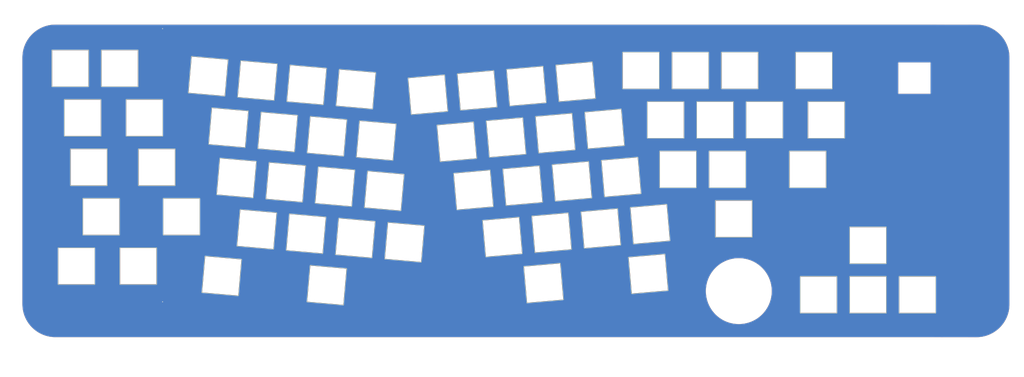
<source format=kicad_pcb>
(kicad_pcb (version 20221018) (generator pcbnew)
  (layers (0 "F.Cu" signal) (31 "B.Cu" signal) (34 "B.Paste" user) (35 "F.Paste" user) (36 "B.SilkS" user "B.Silkscreen") (37 "F.SilkS" user "F.Silkscreen") (38 "B.Mask" user) (39 "F.Mask" user) (44 "Edge.Cuts" user))
  (net 0 "")
  (footprint "Switch_Keyboard_Hotswap_Kailh:SW_Kailh_MX_top plate" (layer "F.Cu") (at 49.274979 111.548197)
    (fp_text reference "K_TAB" hide)
    (fp_text value "KEYSW" hide)
    (fp_line (start -7.1 -7.1) (end -7.1 7.1) (stroke (width 0.12)) (layer "F.SilkS"))
    (fp_line (start -7.1 7.1) (end 7.1 7.1) (stroke (width 0.12)) (layer "F.SilkS"))
    (fp_line (start 7.1 -7.1) (end -7.1 -7.1) (stroke (width 0.12)) (layer "F.SilkS"))
    (fp_line (start 7.1 7.1) (end 7.1 -7.1) (stroke (width 0.12)) (layer "F.SilkS"))
    (fp_rect (start -6.97 -6.97) (end 6.98 6.98) (stroke (width 0.05)) (fill none) (layer "Edge.Cuts"))
  )
  (footprint "Switch_Keyboard_Hotswap_Kailh:SW_Kailh_MX_top plate" (layer "F.Cu") (at 135.613537 98.854813 -5)
    (fp_text reference "K_4" hide)
    (fp_text value "KEYSW" hide)
    (fp_line (start -7.1 -7.1) (end -7.1 7.1) (stroke (width 0.12)) (layer "F.SilkS"))
    (fp_line (start -7.1 7.1) (end 7.1 7.1) (stroke (width 0.12)) (layer "F.SilkS"))
    (fp_line (start 7.1 -7.1) (end -7.1 -7.1) (stroke (width 0.12)) (layer "F.SilkS"))
    (fp_line (start 7.1 7.1) (end 7.1 -7.1) (stroke (width 0.12)) (layer "F.SilkS"))
    (fp_rect (start -6.97 -6.97) (end 6.98 6.98) (stroke (width 0.05)) (fill none) (layer "Edge.Cuts"))
  )
  (footprint "Switch_Keyboard_Hotswap_Kailh:SW_Kailh_MX_top plate" (layer "F.Cu") (at 370.958179 179.737803)
    (fp_text reference "K_RIGHT" hide)
    (fp_text value "KEYSW" hide)
    (fp_line (start -7.1 -7.1) (end -7.1 7.1) (stroke (width 0.12)) (layer "F.SilkS"))
    (fp_line (start -7.1 7.1) (end 7.1 7.1) (stroke (width 0.12)) (layer "F.SilkS"))
    (fp_line (start 7.1 -7.1) (end -7.1 -7.1) (stroke (width 0.12)) (layer "F.SilkS"))
    (fp_line (start 7.1 7.1) (end 7.1 -7.1) (stroke (width 0.12)) (layer "F.SilkS"))
    (fp_rect (start -6.97 -6.97) (end 6.98 6.98) (stroke (width 0.05)) (fill none) (layer "Edge.Cuts"))
  )
  (footprint "Switch_Keyboard_Hotswap_Kailh:SW_Kailh_MX_top plate" (layer "F.Cu") (at 218.856936 137.686884 5)
    (fp_text reference "K_J" hide)
    (fp_text value "KEYSW" hide)
    (fp_line (start -7.1 -7.1) (end -7.1 7.1) (stroke (width 0.12)) (layer "F.SilkS"))
    (fp_line (start -7.1 7.1) (end 7.1 7.1) (stroke (width 0.12)) (layer "F.SilkS"))
    (fp_line (start 7.1 -7.1) (end -7.1 -7.1) (stroke (width 0.12)) (layer "F.SilkS"))
    (fp_line (start 7.1 7.1) (end 7.1 -7.1) (stroke (width 0.12)) (layer "F.SilkS"))
    (fp_rect (start -6.97 -6.97) (end 6.98 6.98) (stroke (width 0.05)) (fill none) (layer "Edge.Cuts"))
  )
  (footprint "Switch_Keyboard_Hotswap_Kailh:SW_Kailh_MX_top plate" (layer "F.Cu") (at 292.975679 112.377803)
    (fp_text reference "K_CBRAC" hide)
    (fp_text value "KEYSW" hide)
    (fp_line (start -7.1 -7.1) (end -7.1 7.1) (stroke (width 0.12)) (layer "F.SilkS"))
    (fp_line (start -7.1 7.1) (end 7.1 7.1) (stroke (width 0.12)) (layer "F.SilkS"))
    (fp_line (start 7.1 -7.1) (end -7.1 -7.1) (stroke (width 0.12)) (layer "F.SilkS"))
    (fp_line (start 7.1 7.1) (end 7.1 -7.1) (stroke (width 0.12)) (layer "F.SilkS"))
    (fp_rect (start -6.97 -6.97) (end 6.98 6.98) (stroke (width 0.05)) (fill none) (layer "Edge.Cuts"))
  )
  (footprint "Switch_Keyboard_Hotswap_Kailh:SW_Kailh_MX_top plate" (layer "F.Cu") (at 300.196179 150.467803)
    (fp_text reference "K_SHIFT1" hide)
    (fp_text value "KEYSW" hide)
    (fp_line (start -7.1 -7.1) (end -7.1 7.1) (stroke (width 0.12)) (layer "F.SilkS"))
    (fp_line (start -7.1 7.1) (end 7.1 7.1) (stroke (width 0.12)) (layer "F.SilkS"))
    (fp_line (start 7.1 -7.1) (end -7.1 -7.1) (stroke (width 0.12)) (layer "F.SilkS"))
    (fp_line (start 7.1 7.1) (end 7.1 -7.1) (stroke (width 0.12)) (layer "F.SilkS"))
    (fp_rect (start -6.97 -6.97) (end 6.98 6.98) (stroke (width 0.05)) (fill none) (layer "Edge.Cuts"))
  )
  (footprint "Switch_Keyboard_Hotswap_Kailh:SW_Kailh_MX_top plate" (layer "F.Cu") (at 124.464464 117.002163 -5)
    (fp_text reference "K_E" hide)
    (fp_text value "KEYSW" hide)
    (fp_line (start -7.1 -7.1) (end -7.1 7.1) (stroke (width 0.12)) (layer "F.SilkS"))
    (fp_line (start -7.1 7.1) (end 7.1 7.1) (stroke (width 0.12)) (layer "F.SilkS"))
    (fp_line (start 7.1 -7.1) (end -7.1 -7.1) (stroke (width 0.12)) (layer "F.SilkS"))
    (fp_line (start 7.1 7.1) (end 7.1 -7.1) (stroke (width 0.12)) (layer "F.SilkS"))
    (fp_rect (start -6.97 -6.97) (end 6.98 6.98) (stroke (width 0.05)) (fill none) (layer "Edge.Cuts"))
  )
  (footprint "Switch_Keyboard_Hotswap_Kailh:SW_Kailh_MX_top plate" (layer "F.Cu") (at 312.025679 112.377803)
    (fp_text reference "K_OBRAC" hide)
    (fp_text value "KEYSW" hide)
    (fp_line (start -7.1 -7.1) (end -7.1 7.1) (stroke (width 0.12)) (layer "F.SilkS"))
    (fp_line (start -7.1 7.1) (end 7.1 7.1) (stroke (width 0.12)) (layer "F.SilkS"))
    (fp_line (start 7.1 -7.1) (end -7.1 -7.1) (stroke (width 0.12)) (layer "F.SilkS"))
    (fp_line (start 7.1 7.1) (end 7.1 -7.1) (stroke (width 0.12)) (layer "F.SilkS"))
    (fp_rect (start -6.97 -6.97) (end 6.98 6.98) (stroke (width 0.05)) (fill none) (layer "Edge.Cuts"))
  )
  (footprint "Switch_Keyboard_Hotswap_Kailh:SW_Kailh_MX_top plate" (layer "F.Cu") (at 201.30317 100.977105 5)
    (fp_text reference "K_7" hide)
    (fp_text value "KEYSW" hide)
    (fp_line (start -7.1 -7.1) (end -7.1 7.1) (stroke (width 0.12)) (layer "F.SilkS"))
    (fp_line (start -7.1 7.1) (end 7.1 7.1) (stroke (width 0.12)) (layer "F.SilkS"))
    (fp_line (start 7.1 -7.1) (end -7.1 -7.1) (stroke (width 0.12)) (layer "F.SilkS"))
    (fp_line (start 7.1 7.1) (end 7.1 -7.1) (stroke (width 0.12)) (layer "F.SilkS"))
    (fp_rect (start -6.97 -6.97) (end 6.98 6.98) (stroke (width 0.05)) (fill none) (layer "Edge.Cuts"))
  )
  (footprint "Switch_Keyboard_Hotswap_Kailh:SW_Kailh_MX_top plate" (layer "F.Cu") (at 278.688179 131.427803)
    (fp_text reference "K_SEMIC" hide)
    (fp_text value "KEYSW" hide)
    (fp_line (start -7.1 -7.1) (end -7.1 7.1) (stroke (width 0.12)) (layer "F.SilkS"))
    (fp_line (start -7.1 7.1) (end 7.1 7.1) (stroke (width 0.12)) (layer "F.SilkS"))
    (fp_line (start 7.1 -7.1) (end -7.1 -7.1) (stroke (width 0.12)) (layer "F.SilkS"))
    (fp_line (start 7.1 7.1) (end 7.1 -7.1) (stroke (width 0.12)) (layer "F.SilkS"))
    (fp_rect (start -6.97 -6.97) (end 6.98 6.98) (stroke (width 0.05)) (fill none) (layer "Edge.Cuts"))
  )
  (footprint "Switch_Keyboard_Hotswap_Kailh:SW_Kailh_MX_top plate" (layer "F.Cu") (at 135.376963 156.202419 -5)
    (fp_text reference "K_C" hide)
    (fp_text value "KEYSW" hide)
    (fp_line (start -7.1 -7.1) (end -7.1 7.1) (stroke (width 0.12)) (layer "F.SilkS"))
    (fp_line (start -7.1 7.1) (end 7.1 7.1) (stroke (width 0.12)) (layer "F.SilkS"))
    (fp_line (start 7.1 -7.1) (end -7.1 -7.1) (stroke (width 0.12)) (layer "F.SilkS"))
    (fp_line (start 7.1 7.1) (end 7.1 -7.1) (stroke (width 0.12)) (layer "F.SilkS"))
    (fp_rect (start -6.97 -6.97) (end 6.98 6.98) (stroke (width 0.05)) (fill none) (layer "Edge.Cuts"))
  )
  (footprint "Switch_Keyboard_Hotswap_Kailh:SW_Kailh_MX_top plate" (layer "F.Cu") (at 212.452242 119.124456 5)
    (fp_text reference "K_U" hide)
    (fp_text value "KEYSW" hide)
    (fp_line (start -7.1 -7.1) (end -7.1 7.1) (stroke (width 0.12)) (layer "F.SilkS"))
    (fp_line (start -7.1 7.1) (end 7.1 7.1) (stroke (width 0.12)) (layer "F.SilkS"))
    (fp_line (start 7.1 -7.1) (end -7.1 -7.1) (stroke (width 0.12)) (layer "F.SilkS"))
    (fp_line (start 7.1 7.1) (end 7.1 -7.1) (stroke (width 0.12)) (layer "F.SilkS"))
    (fp_rect (start -6.97 -6.97) (end 6.98 6.98) (stroke (width 0.05)) (fill none) (layer "Edge.Cuts"))
  )
  (footprint "Switch_Keyboard_Hotswap_Kailh:SW_Kailh_MX_top plate" (layer "F.Cu") (at 351.908179 179.737803)
    (fp_text reference "K_DOWN" hide)
    (fp_text value "KEYSW" hide)
    (fp_line (start -7.1 -7.1) (end -7.1 7.1) (stroke (width 0.12)) (layer "F.SilkS"))
    (fp_line (start -7.1 7.1) (end 7.1 7.1) (stroke (width 0.12)) (layer "F.SilkS"))
    (fp_line (start 7.1 -7.1) (end -7.1 -7.1) (stroke (width 0.12)) (layer "F.SilkS"))
    (fp_line (start 7.1 7.1) (end 7.1 -7.1) (stroke (width 0.12)) (layer "F.SilkS"))
    (fp_rect (start -6.97 -6.97) (end 6.98 6.98) (stroke (width 0.05)) (fill none) (layer "Edge.Cuts"))
  )
  (footprint "Switch_Keyboard_Hotswap_Kailh:SW_Kailh_MX_top plate" (layer "F.Cu") (at 77.849979 130.598197)
    (fp_text reference "K_A" hide)
    (fp_text value "KEYSW" hide)
    (fp_line (start -7.1 -7.1) (end -7.1 7.1) (stroke (width 0.12)) (layer "F.SilkS"))
    (fp_line (start -7.1 7.1) (end 7.1 7.1) (stroke (width 0.12)) (layer "F.SilkS"))
    (fp_line (start 7.1 -7.1) (end -7.1 -7.1) (stroke (width 0.12)) (layer "F.SilkS"))
    (fp_line (start 7.1 7.1) (end 7.1 -7.1) (stroke (width 0.12)) (layer "F.SilkS"))
    (fp_rect (start -6.97 -6.97) (end 6.98 6.98) (stroke (width 0.05)) (fill none) (layer "Edge.Cuts"))
  )
  (footprint "Switch_Keyboard_Hotswap_Kailh:SW_Kailh_MX_top plate" (layer "F.Cu") (at 116.636028 97.194496 -5)
    (fp_text reference "K_3" hide)
    (fp_text value "KEYSW" hide)
    (fp_line (start -7.1 -7.1) (end -7.1 7.1) (stroke (width 0.12)) (layer "F.SilkS"))
    (fp_line (start -7.1 7.1) (end 7.1 7.1) (stroke (width 0.12)) (layer "F.SilkS"))
    (fp_line (start 7.1 -7.1) (end -7.1 -7.1) (stroke (width 0.12)) (layer "F.SilkS"))
    (fp_line (start 7.1 7.1) (end 7.1 -7.1) (stroke (width 0.12)) (layer "F.SilkS"))
    (fp_rect (start -6.97 -6.97) (end 6.98 6.98) (stroke (width 0.05)) (fill none) (layer "Edge.Cuts"))
  )
  (footprint "Switch_Keyboard_Hotswap_Kailh:SW_Kailh_MX_top plate" (layer "F.Cu") (at 220.28068 99.316788 5)
    (fp_text reference "K_8" hide)
    (fp_text value "KEYSW" hide)
    (fp_line (start -7.1 -7.1) (end -7.1 7.1) (stroke (width 0.12)) (layer "F.SilkS"))
    (fp_line (start -7.1 7.1) (end 7.1 7.1) (stroke (width 0.12)) (layer "F.SilkS"))
    (fp_line (start 7.1 -7.1) (end -7.1 -7.1) (stroke (width 0.12)) (layer "F.SilkS"))
    (fp_line (start 7.1 7.1) (end 7.1 -7.1) (stroke (width 0.12)) (layer "F.SilkS"))
    (fp_rect (start -6.97 -6.97) (end 6.98 6.98) (stroke (width 0.05)) (fill none) (layer "Edge.Cuts"))
  )
  (footprint "Switch_Keyboard_Hotswap_Kailh:SW_Kailh_MX_top plate" (layer "F.Cu") (at 51.656229 130.598197)
    (fp_text reference "K_CAPS" hide)
    (fp_text value "KEYSW" hide)
    (fp_line (start -7.1 -7.1) (end -7.1 7.1) (stroke (width 0.12)) (layer "F.SilkS"))
    (fp_line (start -7.1 7.1) (end 7.1 7.1) (stroke (width 0.12)) (layer "F.SilkS"))
    (fp_line (start 7.1 -7.1) (end -7.1 -7.1) (stroke (width 0.12)) (layer "F.SilkS"))
    (fp_line (start 7.1 7.1) (end 7.1 -7.1) (stroke (width 0.12)) (layer "F.SilkS"))
    (fp_rect (start -6.97 -6.97) (end 6.98 6.98) (stroke (width 0.05)) (fill none) (layer "Edge.Cuts"))
  )
  (footprint "Switch_Keyboard_Hotswap_Kailh:SW_Kailh_MX_top plate" (layer "F.Cu") (at 105.486956 115.341847 -5)
    (fp_text reference "K_W" hide)
    (fp_text value "KEYSW" hide)
    (fp_line (start -7.1 -7.1) (end -7.1 7.1) (stroke (width 0.12)) (layer "F.SilkS"))
    (fp_line (start -7.1 7.1) (end 7.1 7.1) (stroke (width 0.12)) (layer "F.SilkS"))
    (fp_line (start 7.1 -7.1) (end -7.1 -7.1) (stroke (width 0.12)) (layer "F.SilkS"))
    (fp_line (start 7.1 7.1) (end 7.1 -7.1) (stroke (width 0.12)) (layer "F.SilkS"))
    (fp_rect (start -6.97 -6.97) (end 6.98 6.98) (stroke (width 0.05)) (fill none) (layer "Edge.Cuts"))
  )
  (footprint "Switch_Keyboard_Hotswap_Kailh:SW_Kailh_MX_top plate" (layer "F.Cu") (at 335.838179 112.377803)
    (fp_text reference "K_BSLSH" hide)
    (fp_text value "KEYSW" hide)
    (fp_line (start -7.1 -7.1) (end -7.1 7.1) (stroke (width 0.12)) (layer "F.SilkS"))
    (fp_line (start -7.1 7.1) (end 7.1 7.1) (stroke (width 0.12)) (layer "F.SilkS"))
    (fp_line (start 7.1 -7.1) (end -7.1 -7.1) (stroke (width 0.12)) (layer "F.SilkS"))
    (fp_line (start 7.1 7.1) (end 7.1 -7.1) (stroke (width 0.12)) (layer "F.SilkS"))
    (fp_rect (start -6.97 -6.97) (end 6.98 6.98) (stroke (width 0.05)) (fill none) (layer "Edge.Cuts"))
  )
  (footprint "Switch_Keyboard_Hotswap_Kailh:SW_Kailh_MX_top plate" (layer "F.Cu") (at 97.658518 95.53418 -5)
    (fp_text reference "K_2" hide)
    (fp_text value "KEYSW" hide)
    (fp_line (start -7.1 -7.1) (end -7.1 7.1) (stroke (width 0.12)) (layer "F.SilkS"))
    (fp_line (start -7.1 7.1) (end 7.1 7.1) (stroke (width 0.12)) (layer "F.SilkS"))
    (fp_line (start 7.1 -7.1) (end -7.1 -7.1) (stroke (width 0.12)) (layer "F.SilkS"))
    (fp_line (start 7.1 7.1) (end 7.1 -7.1) (stroke (width 0.12)) (layer "F.SilkS"))
    (fp_rect (start -6.97 -6.97) (end 6.98 6.98) (stroke (width 0.05)) (fill none) (layer "Edge.Cuts"))
  )
  (footprint "Switch_Keyboard_Hotswap_Kailh:SW_Kailh_MX_top plate" (layer "F.Cu") (at 267.961026 152.513602 5)
    (fp_text reference "K_DOT" hide)
    (fp_text value "KEYSW" hide)
    (fp_line (start -7.1 -7.1) (end -7.1 7.1) (stroke (width 0.12)) (layer "F.SilkS"))
    (fp_line (start -7.1 7.1) (end 7.1 7.1) (stroke (width 0.12)) (layer "F.SilkS"))
    (fp_line (start 7.1 -7.1) (end -7.1 -7.1) (stroke (width 0.12)) (layer "F.SilkS"))
    (fp_line (start 7.1 7.1) (end 7.1 -7.1) (stroke (width 0.12)) (layer "F.SilkS"))
    (fp_rect (start -6.97 -6.97) (end 6.98 6.98) (stroke (width 0.05)) (fill none) (layer "Edge.Cuts"))
  )
  (footprint "Switch_Keyboard_Hotswap_Kailh:SW_Kailh_MX_top plate" (layer "F.Cu") (at 143.441973 118.66248 -5)
    (fp_text reference "K_R" hide)
    (fp_text value "KEYSW" hide)
    (fp_line (start -7.1 -7.1) (end -7.1 7.1) (stroke (width 0.12)) (layer "F.SilkS"))
    (fp_line (start -7.1 7.1) (end 7.1 7.1) (stroke (width 0.12)) (layer "F.SilkS"))
    (fp_line (start 7.1 -7.1) (end -7.1 -7.1) (stroke (width 0.12)) (layer "F.SilkS"))
    (fp_line (start 7.1 7.1) (end 7.1 -7.1) (stroke (width 0.12)) (layer "F.SilkS"))
    (fp_rect (start -6.97 -6.97) (end 6.98 6.98) (stroke (width 0.05)) (fill none) (layer "Edge.Cuts"))
  )
  (footprint "Switch_Keyboard_Hotswap_Kailh:SW_Kailh_MX_top plate" (layer "F.Cu") (at 302.500679 93.327803)
    (fp_text reference "K_EQUAL" hide)
    (fp_text value "KEYSW" hide)
    (fp_line (start -7.1 -7.1) (end -7.1 7.1) (stroke (width 0.12)) (layer "F.SilkS"))
    (fp_line (start -7.1 7.1) (end 7.1 7.1) (stroke (width 0.12)) (layer "F.SilkS"))
    (fp_line (start 7.1 -7.1) (end -7.1 -7.1) (stroke (width 0.12)) (layer "F.SilkS"))
    (fp_line (start 7.1 7.1) (end 7.1 -7.1) (stroke (width 0.12)) (layer "F.SilkS"))
    (fp_rect (start -6.97 -6.97) (end 6.98 6.98) (stroke (width 0.05)) (fill none) (layer "Edge.Cuts"))
  )
  (footprint "Switch_Keyboard_Hotswap_Kailh:SW_Kailh_MX_top plate" (layer "F.Cu") (at 154.591046 100.51513 -5)
    (fp_text reference "K_5" hide)
    (fp_text value "KEYSW" hide)
    (fp_line (start -7.1 -7.1) (end -7.1 7.1) (stroke (width 0.12)) (layer "F.SilkS"))
    (fp_line (start -7.1 7.1) (end 7.1 7.1) (stroke (width 0.12)) (layer "F.SilkS"))
    (fp_line (start 7.1 -7.1) (end -7.1 -7.1) (stroke (width 0.12)) (layer "F.SilkS"))
    (fp_line (start 7.1 7.1) (end 7.1 -7.1) (stroke (width 0.12)) (layer "F.SilkS"))
    (fp_rect (start -6.97 -6.97) (end 6.98 6.98) (stroke (width 0.05)) (fill none) (layer "Edge.Cuts"))
  )
  (footprint "Switch_Keyboard_Hotswap_Kailh:SW_Kailh_MX_top plate" (layer "F.Cu") (at 162.419483 120.322797 -5)
    (fp_text reference "K_T" hide)
    (fp_text value "KEYSW" hide)
    (fp_line (start -7.1 -7.1) (end -7.1 7.1) (stroke (width 0.12)) (layer "F.SilkS"))
    (fp_line (start -7.1 7.1) (end 7.1 7.1) (stroke (width 0.12)) (layer "F.SilkS"))
    (fp_line (start 7.1 -7.1) (end -7.1 -7.1) (stroke (width 0.12)) (layer "F.SilkS"))
    (fp_line (start 7.1 7.1) (end 7.1 -7.1) (stroke (width 0.12)) (layer "F.SilkS"))
    (fp_rect (start -6.97 -6.97) (end 6.98 6.98) (stroke (width 0.05)) (fill none) (layer "Edge.Cuts"))
  )
  (footprint "Switch_Keyboard_Hotswap_Kailh:SW_Kailh_MX_top plate" (layer "F.Cu") (at 248.983517 154.173919 5)
    (fp_text reference "K_COMMA" hide)
    (fp_text value "KEYSW" hide)
    (fp_line (start -7.1 -7.1) (end -7.1 7.1) (stroke (width 0.12)) (layer "F.SilkS"))
    (fp_line (start -7.1 7.1) (end 7.1 7.1) (stroke (width 0.12)) (layer "F.SilkS"))
    (fp_line (start 7.1 -7.1) (end -7.1 -7.1) (stroke (width 0.12)) (layer "F.SilkS"))
    (fp_line (start 7.1 7.1) (end 7.1 -7.1) (stroke (width 0.12)) (layer "F.SilkS"))
    (fp_rect (start -6.97 -6.97) (end 6.98 6.98) (stroke (width 0.05)) (fill none) (layer "Edge.Cuts"))
  )
  (footprint "Switch_Keyboard_Hotswap_Kailh:SW_Kailh_MX_top plate" (layer "F.Cu") (at 267.249154 171.69865 5)
    (fp_text reference "K_ALT1" hide)
    (fp_text value "KEYSW" hide)
    (fp_line (start -7.1 -7.1) (end -7.1 7.1) (stroke (width 0.12)) (layer "F.SilkS"))
    (fp_line (start -7.1 7.1) (end 7.1 7.1) (stroke (width 0.12)) (layer "F.SilkS"))
    (fp_line (start 7.1 -7.1) (end -7.1 -7.1) (stroke (width 0.12)) (layer "F.SilkS"))
    (fp_line (start 7.1 7.1) (end 7.1 -7.1) (stroke (width 0.12)) (layer "F.SilkS"))
    (fp_rect (start -6.97 -6.97) (end 6.98 6.98) (stroke (width 0.05)) (fill none) (layer "Edge.Cuts"))
  )
  (footprint "Switch_Keyboard_Hotswap_Kailh:SW_Kailh_MX_top plate" (layer "F.Cu") (at 231.429751 117.464139 5)
    (fp_text reference "K_I" hide)
    (fp_text value "KEYSW" hide)
    (fp_line (start -7.1 -7.1) (end -7.1 7.1) (stroke (width 0.12)) (layer "F.SilkS"))
    (fp_line (start -7.1 7.1) (end 7.1 7.1) (stroke (width 0.12)) (layer "F.SilkS"))
    (fp_line (start 7.1 -7.1) (end -7.1 -7.1) (stroke (width 0.12)) (layer "F.SilkS"))
    (fp_line (start 7.1 7.1) (end 7.1 -7.1) (stroke (width 0.12)) (layer "F.SilkS"))
    (fp_rect (start -6.97 -6.97) (end 6.98 6.98) (stroke (width 0.05)) (fill none) (layer "Edge.Cuts"))
  )
  (footprint "Switch_Keyboard_Hotswap_Kailh:SW_Kailh_MX_top plate" (layer "F.Cu") (at 230.006007 155.834236 5)
    (fp_text reference "K_M" hide)
    (fp_text value "KEYSW" hide)
    (fp_line (start -7.1 -7.1) (end -7.1 7.1) (stroke (width 0.12)) (layer "F.SilkS"))
    (fp_line (start -7.1 7.1) (end 7.1 7.1) (stroke (width 0.12)) (layer "F.SilkS"))
    (fp_line (start 7.1 -7.1) (end -7.1 -7.1) (stroke (width 0.12)) (layer "F.SilkS"))
    (fp_line (start 7.1 7.1) (end 7.1 -7.1) (stroke (width 0.12)) (layer "F.SilkS"))
    (fp_rect (start -6.97 -6.97) (end 6.98 6.98) (stroke (width 0.05)) (fill none) (layer "Edge.Cuts"))
  )
  (footprint "Switch_Keyboard_Hotswap_Kailh:SW_Kailh_MX_top plate" (layer "F.Cu") (at 226.90539 175.238361 5)
    (fp_text reference "REF**" hide)
    (fp_text value "SW_Kailh_MX_top_plate" hide)
    (fp_line (start -7.1 -7.1) (end -7.1 7.1) (stroke (width 0.12)) (layer "F.SilkS"))
    (fp_line (start -7.1 7.1) (end 7.1 7.1) (stroke (width 0.12)) (layer "F.SilkS"))
    (fp_line (start 7.1 -7.1) (end -7.1 -7.1) (stroke (width 0.12)) (layer "F.SilkS"))
    (fp_line (start 7.1 7.1) (end 7.1 -7.1) (stroke (width 0.12)) (layer "F.SilkS"))
    (fp_rect (start -6.97 -6.97) (end 6.98 6.98) (stroke (width 0.05)) (fill none) (layer "Edge.Cuts"))
  )
  (footprint "Switch_Keyboard_Hotswap_Kailh:SW_Kailh_MX_top plate" (layer "F.Cu") (at 46.893729 168.698197)
    (fp_text reference "K_CTRL" hide)
    (fp_text value "KEYSW" hide)
    (fp_line (start -7.1 -7.1) (end -7.1 7.1) (stroke (width 0.12)) (layer "F.SilkS"))
    (fp_line (start -7.1 7.1) (end 7.1 7.1) (stroke (width 0.12)) (layer "F.SilkS"))
    (fp_line (start 7.1 -7.1) (end -7.1 -7.1) (stroke (width 0.12)) (layer "F.SilkS"))
    (fp_line (start 7.1 7.1) (end 7.1 -7.1) (stroke (width 0.12)) (layer "F.SilkS"))
    (fp_rect (start -6.97 -6.97) (end 6.98 6.98) (stroke (width 0.05)) (fill none) (layer "Edge.Cuts"))
  )
  (footprint "Switch_Keyboard_Hotswap_Kailh:SW_Kailh_MX_top plate" (layer "F.Cu") (at 199.879426 139.347202 5)
    (fp_text reference "K_H" hide)
    (fp_text value "KEYSW" hide)
    (fp_line (start -7.1 -7.1) (end -7.1 7.1) (stroke (width 0.12)) (layer "F.SilkS"))
    (fp_line (start -7.1 7.1) (end 7.1 7.1) (stroke (width 0.12)) (layer "F.SilkS"))
    (fp_line (start 7.1 -7.1) (end -7.1 -7.1) (stroke (width 0.12)) (layer "F.SilkS"))
    (fp_line (start 7.1 7.1) (end 7.1 -7.1) (stroke (width 0.12)) (layer "F.SilkS"))
    (fp_rect (start -6.97 -6.97) (end 6.98 6.98) (stroke (width 0.05)) (fill none) (layer "Edge.Cuts"))
  )
  (footprint "Switch_Keyboard_Hotswap_Kailh:SW_Kailh_MX_top plate" (layer "F.Cu") (at 250.40726 115.803822 5)
    (fp_text reference "K_O" hide)
    (fp_text value "KEYSW" hide)
    (fp_line (start -7.1 -7.1) (end -7.1 7.1) (stroke (width 0.12)) (layer "F.SilkS"))
    (fp_line (start -7.1 7.1) (end 7.1 7.1) (stroke (width 0.12)) (layer "F.SilkS"))
    (fp_line (start 7.1 -7.1) (end -7.1 -7.1) (stroke (width 0.12)) (layer "F.SilkS"))
    (fp_line (start 7.1 7.1) (end 7.1 -7.1) (stroke (width 0.12)) (layer "F.SilkS"))
    (fp_rect (start -6.97 -6.97) (end 6.98 6.98) (stroke (width 0.05)) (fill none) (layer "Edge.Cuts"))
  )
  (footprint "Switch_Keyboard_Hotswap_Kailh:SW_Kailh_MX_top plate" (layer "F.Cu") (at 239.258189 97.656471 5)
    (fp_text reference "K_9" hide)
    (fp_text value "KEYSW" hide)
    (fp_line (start -7.1 -7.1) (end -7.1 7.1) (stroke (width 0.12)) (layer "F.SilkS"))
    (fp_line (start -7.1 7.1) (end 7.1 7.1) (stroke (width 0.12)) (layer "F.SilkS"))
    (fp_line (start 7.1 -7.1) (end -7.1 -7.1) (stroke (width 0.12)) (layer "F.SilkS"))
    (fp_line (start 7.1 7.1) (end 7.1 -7.1) (stroke (width 0.12)) (layer "F.SilkS"))
    (fp_rect (start -6.97 -6.97) (end 6.98 6.98) (stroke (width 0.05)) (fill none) (layer "Edge.Cuts"))
  )
  (footprint "Switch_Keyboard_Hotswap_Kailh:SW_Kailh_MX_top plate" (layer "F.Cu") (at 127.548525 136.394752 -5)
    (fp_text reference "K_D" hide)
    (fp_text value "KEYSW" hide)
    (fp_line (start -7.1 -7.1) (end -7.1 7.1) (stroke (width 0.12)) (layer "F.SilkS"))
    (fp_line (start -7.1 7.1) (end 7.1 7.1) (stroke (width 0.12)) (layer "F.SilkS"))
    (fp_line (start 7.1 -7.1) (end -7.1 -7.1) (stroke (width 0.12)) (layer "F.SilkS"))
    (fp_line (start 7.1 7.1) (end 7.1 -7.1) (stroke (width 0.12)) (layer "F.SilkS"))
    (fp_rect (start -6.97 -6.97) (end 6.98 6.98) (stroke (width 0.05)) (fill none) (layer "Edge.Cuts"))
  )
  (footprint "Switch_Keyboard_Hotswap_Kailh:SW_Kailh_MX_top plate" (layer "F.Cu") (at 297.738179 131.427803)
    (fp_text reference "K_QUOTE" hide)
    (fp_text value "KEYSW" hide)
    (fp_line (start -7.1 -7.1) (end -7.1 7.1) (stroke (width 0.12)) (layer "F.SilkS"))
    (fp_line (start -7.1 7.1) (end 7.1 7.1) (stroke (width 0.12)) (layer "F.SilkS"))
    (fp_line (start 7.1 -7.1) (end -7.1 -7.1) (stroke (width 0.12)) (layer "F.SilkS"))
    (fp_line (start 7.1 7.1) (end 7.1 -7.1) (stroke (width 0.12)) (layer "F.SilkS"))
    (fp_rect (start -6.97 -6.97) (end 6.98 6.98) (stroke (width 0.05)) (fill none) (layer "Edge.Cuts"))
  )
  (footprint "Switch_Keyboard_Hotswap_Kailh:SW_Kailh_MX_top plate" (layer "F.Cu") (at 264.400679 93.327803)
    (fp_text reference "K_0" hide)
    (fp_text value "KEYSW" hide)
    (fp_line (start -7.1 -7.1) (end -7.1 7.1) (stroke (width 0.12)) (layer "F.SilkS"))
    (fp_line (start -7.1 7.1) (end 7.1 7.1) (stroke (width 0.12)) (layer "F.SilkS"))
    (fp_line (start 7.1 -7.1) (end -7.1 -7.1) (stroke (width 0.12)) (layer "F.SilkS"))
    (fp_line (start 7.1 7.1) (end 7.1 -7.1) (stroke (width 0.12)) (layer "F.SilkS"))
    (fp_rect (start -6.97 -6.97) (end 6.98 6.98) (stroke (width 0.05)) (fill none) (layer "Edge.Cuts"))
  )
  (footprint "Switch_Keyboard_Hotswap_Kailh:SW_Kailh_MX_top plate" (layer "F.Cu") (at 211.028498 157.494552 5)
    (fp_text reference "K_N" hide)
    (fp_text value "KEYSW" hide)
    (fp_line (start -7.1 -7.1) (end -7.1 7.1) (stroke (width 0.12)) (layer "F.SilkS"))
    (fp_line (start -7.1 7.1) (end 7.1 7.1) (stroke (width 0.12)) (layer "F.SilkS"))
    (fp_line (start 7.1 -7.1) (end -7.1 -7.1) (stroke (width 0.12)) (layer "F.SilkS"))
    (fp_line (start 7.1 7.1) (end 7.1 -7.1) (stroke (width 0.12)) (layer "F.SilkS"))
    (fp_rect (start -6.97 -6.97) (end 6.98 6.98) (stroke (width 0.05)) (fill none) (layer "Edge.Cuts"))
  )
  (footprint "Switch_Keyboard_Hotswap_Kailh:SW_Kailh_MX_top plate" (layer "F.Cu") (at 56.418729 149.648197)
    (fp_text reference "K_SHIFT" hide)
    (fp_text value "KEYSW" hide)
    (fp_line (start -7.1 -7.1) (end -7.1 7.1) (stroke (width 0.12)) (layer "F.SilkS"))
    (fp_line (start -7.1 7.1) (end 7.1 7.1) (stroke (width 0.12)) (layer "F.SilkS"))
    (fp_line (start 7.1 -7.1) (end -7.1 -7.1) (stroke (width 0.12)) (layer "F.SilkS"))
    (fp_line (start 7.1 7.1) (end 7.1 -7.1) (stroke (width 0.12)) (layer "F.SilkS"))
    (fp_rect (start -6.97 -6.97) (end 6.98 6.98) (stroke (width 0.05)) (fill none) (layer "Edge.Cuts"))
  )
  (footprint "Switch_Keyboard_Hotswap_Kailh:SW_Kailh_MX_top plate" (layer "F.Cu") (at 165.503543 139.715385 -5)
    (fp_text reference "K_G" hide)
    (fp_text value "KEYSW" hide)
    (fp_line (start -7.1 -7.1) (end -7.1 7.1) (stroke (width 0.12)) (layer "F.SilkS"))
    (fp_line (start -7.1 7.1) (end 7.1 7.1) (stroke (width 0.12)) (layer "F.SilkS"))
    (fp_line (start 7.1 -7.1) (end -7.1 -7.1) (stroke (width 0.12)) (layer "F.SilkS"))
    (fp_line (start 7.1 7.1) (end 7.1 -7.1) (stroke (width 0.12)) (layer "F.SilkS"))
    (fp_rect (start -6.97 -6.97) (end 6.98 6.98) (stroke (width 0.05)) (fill none) (layer "Edge.Cuts"))
  )
  (footprint "Switch_Keyboard_Hotswap_Kailh:SW_Kailh_MX_top plate" (layer "F.Cu") (at 44.512479 92.498197)
    (fp_text reference "K_`" hide)
    (fp_text value "KEYSW" hide)
    (fp_line (start -7.1 -7.1) (end -7.1 7.1) (stroke (width 0.12)) (layer "F.SilkS"))
    (fp_line (start -7.1 7.1) (end 7.1 7.1) (stroke (width 0.12)) (layer "F.SilkS"))
    (fp_line (start 7.1 -7.1) (end -7.1 -7.1) (stroke (width 0.12)) (layer "F.SilkS"))
    (fp_line (start 7.1 7.1) (end 7.1 -7.1) (stroke (width 0.12)) (layer "F.SilkS"))
    (fp_rect (start -6.97 -6.97) (end 6.98 6.98) (stroke (width 0.05)) (fill none) (layer "Edge.Cuts"))
  )
  (footprint "Switch_Keyboard_Hotswap_Kailh:SW_Kailh_MX_top plate" (layer "F.Cu") (at 154.354471 157.862736 -5)
    (fp_text reference "K_V" hide)
    (fp_text value "KEYSW" hide)
    (fp_line (start -7.1 -7.1) (end -7.1 7.1) (stroke (width 0.12)) (layer "F.SilkS"))
    (fp_line (start -7.1 7.1) (end 7.1 7.1) (stroke (width 0.12)) (layer "F.SilkS"))
    (fp_line (start 7.1 -7.1) (end -7.1 -7.1) (stroke (width 0.12)) (layer "F.SilkS"))
    (fp_line (start 7.1 7.1) (end 7.1 -7.1) (stroke (width 0.12)) (layer "F.SilkS"))
    (fp_rect (start -6.97 -6.97) (end 6.98 6.98) (stroke (width 0.05)) (fill none) (layer "Edge.Cuts"))
  )
  (footprint "Switch_Keyboard_Hotswap_Kailh:SW_Kailh_MX_top plate" (layer "F.Cu") (at 182.325661 102.637422 5)
    (fp_text reference "K_6" hide)
    (fp_text value "KEYSW" hide)
    (fp_line (start -7.1 -7.1) (end -7.1 7.1) (stroke (width 0.12)) (layer "F.SilkS"))
    (fp_line (start -7.1 7.1) (end 7.1 7.1) (stroke (width 0.12)) (layer "F.SilkS"))
    (fp_line (start 7.1 -7.1) (end -7.1 -7.1) (stroke (width 0.12)) (layer "F.SilkS"))
    (fp_line (start 7.1 7.1) (end 7.1 -7.1) (stroke (width 0.12)) (layer "F.SilkS"))
    (fp_rect (start -6.97 -6.97) (end 6.98 6.98) (stroke (width 0.05)) (fill none) (layer "Edge.Cuts"))
  )
  (footprint "Switch_Keyboard_Hotswap_Kailh:SW_Kailh_MX_top plate" (layer "F.Cu") (at 256.811954 134.366251 5)
    (fp_text reference "K_L" hide)
    (fp_text value "KEYSW" hide)
    (fp_line (start -7.1 -7.1) (end -7.1 7.1) (stroke (width 0.12)) (layer "F.SilkS"))
    (fp_line (start -7.1 7.1) (end 7.1 7.1) (stroke (width 0.12)) (layer "F.SilkS"))
    (fp_line (start 7.1 -7.1) (end -7.1 -7.1) (stroke (width 0.12)) (layer "F.SilkS"))
    (fp_line (start 7.1 7.1) (end 7.1 -7.1) (stroke (width 0.12)) (layer "F.SilkS"))
    (fp_rect (start -6.97 -6.97) (end 6.98 6.98) (stroke (width 0.05)) (fill none) (layer "Edge.Cuts"))
  )
  (footprint "Switch_Keyboard_Hotswap_Kailh:SW_Kailh_MX_top plate" (layer "F.Cu") (at 63.562479 92.498197)
    (fp_text reference "K_1" hide)
    (fp_text value "KEYSW" hide)
    (fp_line (start -7.1 -7.1) (end -7.1 7.1) (stroke (width 0.12)) (layer "F.SilkS"))
    (fp_line (start -7.1 7.1) (end 7.1 7.1) (stroke (width 0.12)) (layer "F.SilkS"))
    (fp_line (start 7.1 -7.1) (end -7.1 -7.1) (stroke (width 0.12)) (layer "F.SilkS"))
    (fp_line (start 7.1 7.1) (end 7.1 -7.1) (stroke (width 0.12)) (layer "F.SilkS"))
    (fp_rect (start -6.97 -6.97) (end 6.98 6.98) (stroke (width 0.05)) (fill none) (layer "Edge.Cuts"))
  )
  (footprint "Switch_Keyboard_Hotswap_Kailh:SW_Kailh_MX_top plate" (layer "F.Cu") (at 193.474733 120.784772 5)
    (fp_text reference "K_Y" hide)
    (fp_text value "KEYSW" hide)
    (fp_line (start -7.1 -7.1) (end -7.1 7.1) (stroke (width 0.12)) (layer "F.SilkS"))
    (fp_line (start -7.1 7.1) (end 7.1 7.1) (stroke (width 0.12)) (layer "F.SilkS"))
    (fp_line (start 7.1 -7.1) (end -7.1 -7.1) (stroke (width 0.12)) (layer "F.SilkS"))
    (fp_line (start 7.1 7.1) (end 7.1 -7.1) (stroke (width 0.12)) (layer "F.SilkS"))
    (fp_rect (start -6.97 -6.97) (end 6.98 6.98) (stroke (width 0.05)) (fill none) (layer "Edge.Cuts"))
  )
  (footprint "Switch_Keyboard_Hotswap_Kailh:SW_Kailh_MX_top plate" (layer "F.Cu") (at 328.694429 131.427803)
    (fp_text reference "K_ENTER" hide)
    (fp_text value "KEYSW" hide)
    (fp_line (start -7.1 -7.1) (end -7.1 7.1) (stroke (width 0.12)) (layer "F.SilkS"))
    (fp_line (start -7.1 7.1) (end 7.1 7.1) (stroke (width 0.12)) (layer "F.SilkS"))
    (fp_line (start 7.1 -7.1) (end -7.1 -7.1) (stroke (width 0.12)) (layer "F.SilkS"))
    (fp_line (start 7.1 7.1) (end 7.1 -7.1) (stroke (width 0.12)) (layer "F.SilkS"))
    (fp_rect (start -6.97 -6.97) (end 6.98 6.98) (stroke (width 0.05)) (fill none) (layer "Edge.Cuts"))
  )
  (footprint "Switch_Keyboard_Hotswap_Kailh:SW_Kailh_MX_top plate" (layer "F.Cu") (at 87.374979 149.648197)
    (fp_text reference "K_Z" hide)
    (fp_text value "KEYSW" hide)
    (fp_line (start -7.1 -7.1) (end -7.1 7.1) (stroke (width 0.12)) (layer "F.SilkS"))
    (fp_line (start -7.1 7.1) (end 7.1 7.1) (stroke (width 0.12)) (layer "F.SilkS"))
    (fp_line (start 7.1 -7.1) (end -7.1 -7.1) (stroke (width 0.12)) (layer "F.SilkS"))
    (fp_line (start 7.1 7.1) (end 7.1 -7.1) (stroke (width 0.12)) (layer "F.SilkS"))
    (fp_rect (start -6.97 -6.97) (end 6.98 6.98) (stroke (width 0.05)) (fill none) (layer "Edge.Cuts"))
  )
  (footprint "Switch_Keyboard_Hotswap_Kailh:SW_Kailh_MX_top plate" (layer "F.Cu") (at 331.075679 93.327803)
    (fp_text reference "K_BACKSPACE" hide)
    (fp_text value "KEYSW" hide)
    (fp_line (start -7.1 -7.1) (end -7.1 7.1) (stroke (width 0.12)) (layer "F.SilkS"))
    (fp_line (start -7.1 7.1) (end 7.1 7.1) (stroke (width 0.12)) (layer "F.SilkS"))
    (fp_line (start 7.1 -7.1) (end -7.1 -7.1) (stroke (width 0.12)) (layer "F.SilkS"))
    (fp_line (start 7.1 7.1) (end 7.1 -7.1) (stroke (width 0.12)) (layer "F.SilkS"))
    (fp_rect (start -6.97 -6.97) (end 6.98 6.98) (stroke (width 0.05)) (fill none) (layer "Edge.Cuts"))
  )
  (footprint "Switch_Keyboard_Hotswap_Kailh:SW_Kailh_MX_top plate" (layer "F.Cu") (at 102.878194 172.481912 -5)
    (fp_text reference "K_ALT" hide)
    (fp_text value "KEYSW" hide)
    (fp_line (start -7.1 -7.1) (end -7.1 7.1) (stroke (width 0.12)) (layer "F.SilkS"))
    (fp_line (start -7.1 7.1) (end 7.1 7.1) (stroke (width 0.12)) (layer "F.SilkS"))
    (fp_line (start 7.1 -7.1) (end -7.1 -7.1) (stroke (width 0.12)) (layer "F.SilkS"))
    (fp_line (start 7.1 7.1) (end 7.1 -7.1) (stroke (width 0.12)) (layer "F.SilkS"))
    (fp_rect (start -6.97 -6.97) (end 6.98 6.98) (stroke (width 0.05)) (fill none) (layer "Edge.Cuts"))
  )
  (footprint "Switch_Keyboard_Hotswap_Kailh:SW_Kailh_MX_top plate" (layer "F.Cu") (at 283.450679 93.327803)
    (fp_text reference "K_MINUS" hide)
    (fp_text value "KEYSW" hide)
    (fp_line (start -7.1 -7.1) (end -7.1 7.1) (stroke (width 0.12)) (layer "F.SilkS"))
    (fp_line (start -7.1 7.1) (end 7.1 7.1) (stroke (width 0.12)) (layer "F.SilkS"))
    (fp_line (start 7.1 -7.1) (end -7.1 -7.1) (stroke (width 0.12)) (layer "F.SilkS"))
    (fp_line (start 7.1 7.1) (end 7.1 -7.1) (stroke (width 0.12)) (layer "F.SilkS"))
    (fp_rect (start -6.97 -6.97) (end 6.98 6.98) (stroke (width 0.05)) (fill none) (layer "Edge.Cuts"))
  )
  (footprint "Switch_Keyboard_Hotswap_Kailh:SW_Kailh_MX_top plate" (layer "F.Cu") (at 351.908179 160.687803)
    (fp_text reference "K_UP" hide)
    (fp_text value "KEYSW" hide)
    (fp_line (start -7.1 -7.1) (end -7.1 7.1) (stroke (width 0.12)) (layer "F.SilkS"))
    (fp_line (start -7.1 7.1) (end 7.1 7.1) (stroke (width 0.12)) (layer "F.SilkS"))
    (fp_line (start 7.1 -7.1) (end -7.1 -7.1) (stroke (width 0.12)) (layer "F.SilkS"))
    (fp_line (start 7.1 7.1) (end 7.1 -7.1) (stroke (width 0.12)) (layer "F.SilkS"))
    (fp_rect (start -6.97 -6.97) (end 6.98 6.98) (stroke (width 0.05)) (fill none) (layer "Edge.Cuts"))
  )
  (footprint "Switch_Keyboard_Hotswap_Kailh:SW_Kailh_MX_top plate" (layer "F.Cu") (at 143.367158 176.054353 -5)
    (fp_text reference "REF**" hide)
    (fp_text value "SW_Kailh_MX_top_plate" hide)
    (fp_line (start -7.1 -7.1) (end -7.1 7.1) (stroke (width 0.12)) (layer "F.SilkS"))
    (fp_line (start -7.1 7.1) (end 7.1 7.1) (stroke (width 0.12)) (layer "F.SilkS"))
    (fp_line (start 7.1 -7.1) (end -7.1 -7.1) (stroke (width 0.12)) (layer "F.SilkS"))
    (fp_line (start 7.1 7.1) (end 7.1 -7.1) (stroke (width 0.12)) (layer "F.SilkS"))
    (fp_rect (start -6.97 -6.97) (end 6.98 6.98) (stroke (width 0.05)) (fill none) (layer "Edge.Cuts"))
  )
  (footprint "Switch_Keyboard_Hotswap_Kailh:SW_Kailh_MX_top plate" (layer "F.Cu") (at 108.571016 134.734435 -5)
    (fp_text reference "K_S" hide)
    (fp_text value "KEYSW" hide)
    (fp_line (start -7.1 -7.1) (end -7.1 7.1) (stroke (width 0.12)) (layer "F.SilkS"))
    (fp_line (start -7.1 7.1) (end 7.1 7.1) (stroke (width 0.12)) (layer "F.SilkS"))
    (fp_line (start 7.1 -7.1) (end -7.1 -7.1) (stroke (width 0.12)) (layer "F.SilkS"))
    (fp_line (start 7.1 7.1) (end 7.1 -7.1) (stroke (width 0.12)) (layer "F.SilkS"))
    (fp_rect (start -6.97 -6.97) (end 6.98 6.98) (stroke (width 0.05)) (fill none) (layer "Edge.Cuts"))
  )
  (footprint "Switch_Keyboard_Hotswap_Kailh:SW_Kailh_MX_top plate" (layer "F.Cu") (at 273.925679 112.377803)
    (fp_text reference "K_P" hide)
    (fp_text value "KEYSW" hide)
    (fp_line (start -7.1 -7.1) (end -7.1 7.1) (stroke (width 0.12)) (layer "F.SilkS"))
    (fp_line (start -7.1 7.1) (end 7.1 7.1) (stroke (width 0.12)) (layer "F.SilkS"))
    (fp_line (start 7.1 -7.1) (end -7.1 -7.1) (stroke (width 0.12)) (layer "F.SilkS"))
    (fp_line (start 7.1 7.1) (end 7.1 -7.1) (stroke (width 0.12)) (layer "F.SilkS"))
    (fp_rect (start -6.97 -6.97) (end 6.98 6.98) (stroke (width 0.05)) (fill none) (layer "Edge.Cuts"))
  )
  (footprint "Switch_Keyboard_Hotswap_Kailh:SW_Kailh_MX_top plate" (layer "F.Cu") (at 332.858179 179.737803)
    (fp_text reference "K_LEFT" hide)
    (fp_text value "KEYSW" hide)
    (fp_line (start -7.1 -7.1) (end -7.1 7.1) (stroke (width 0.12)) (layer "F.SilkS"))
    (fp_line (start -7.1 7.1) (end 7.1 7.1) (stroke (width 0.12)) (layer "F.SilkS"))
    (fp_line (start 7.1 -7.1) (end -7.1 -7.1) (stroke (width 0.12)) (layer "F.SilkS"))
    (fp_line (start 7.1 7.1) (end 7.1 -7.1) (stroke (width 0.12)) (layer "F.SilkS"))
    (fp_rect (start -6.97 -6.97) (end 6.98 6.98) (stroke (width 0.05)) (fill none) (layer "Edge.Cuts"))
  )
  (footprint "Switch_Keyboard_Hotswap_Kailh:SW_Kailh_MX_top plate" (layer "F.Cu") (at 146.526034 138.055069 -5)
    (fp_text reference "K_F" hide)
    (fp_text value "KEYSW" hide)
    (fp_line (start -7.1 -7.1) (end -7.1 7.1) (stroke (width 0.12)) (layer "F.SilkS"))
    (fp_line (start -7.1 7.1) (end 7.1 7.1) (stroke (width 0.12)) (layer "F.SilkS"))
    (fp_line (start 7.1 -7.1) (end -7.1 -7.1) (stroke (width 0.12)) (layer "F.SilkS"))
    (fp_line (start 7.1 7.1) (end 7.1 -7.1) (stroke (width 0.12)) (layer "F.SilkS"))
    (fp_rect (start -6.97 -6.97) (end 6.98 6.98) (stroke (width 0.05)) (fill none) (layer "Edge.Cuts"))
  )
  (footprint "Switch_Keyboard_Hotswap_Kailh:SW_Kailh_MX_top plate" (layer "F.Cu") (at 70.706229 168.698197)
    (fp_text reference "K_WIN" hide)
    (fp_text value "KEYSW" hide)
    (fp_line (start -7.1 -7.1) (end -7.1 7.1) (stroke (width 0.12)) (layer "F.SilkS"))
    (fp_line (start -7.1 7.1) (end 7.1 7.1) (stroke (width 0.12)) (layer "F.SilkS"))
    (fp_line (start 7.1 -7.1) (end -7.1 -7.1) (stroke (width 0.12)) (layer "F.SilkS"))
    (fp_line (start 7.1 7.1) (end 7.1 -7.1) (stroke (width 0.12)) (layer "F.SilkS"))
    (fp_rect (start -6.97 -6.97) (end 6.98 6.98) (stroke (width 0.05)) (fill none) (layer "Edge.Cuts"))
  )
  (footprint "Switch_Keyboard_Hotswap_Kailh:SW_Kailh_MX_top plate" (layer "F.Cu") (at 237.834444 136.026568 5)
    (fp_text reference "K_K" hide)
    (fp_text value "KEYSW" hide)
    (fp_line (start -7.1 -7.1) (end -7.1 7.1) (stroke (width 0.12)) (layer "F.SilkS"))
    (fp_line (start -7.1 7.1) (end 7.1 7.1) (stroke (width 0.12)) (layer "F.SilkS"))
    (fp_line (start 7.1 -7.1) (end -7.1 -7.1) (stroke (width 0.12)) (layer "F.SilkS"))
    (fp_line (start 7.1 7.1) (end 7.1 -7.1) (stroke (width 0.12)) (layer "F.SilkS"))
    (fp_rect (start -6.97 -6.97) (end 6.98 6.98) (stroke (width 0.05)) (fill none) (layer "Edge.Cuts"))
  )
  (footprint "Switch_Keyboard_Hotswap_Kailh:SW_Kailh_MX_top plate" (layer "F.Cu") (at 173.33198 159.523053 -5)
    (fp_text reference "K_B" hide)
    (fp_text value "KEYSW" hide)
    (fp_line (start -7.1 -7.1) (end -7.1 7.1) (stroke (width 0.12)) (layer "F.SilkS"))
    (fp_line (start -7.1 7.1) (end 7.1 7.1) (stroke (width 0.12)) (layer "F.SilkS"))
    (fp_line (start 7.1 -7.1) (end -7.1 -7.1) (stroke (width 0.12)) (layer "F.SilkS"))
    (fp_line (start 7.1 7.1) (end 7.1 -7.1) (stroke (width 0.12)) (layer "F.SilkS"))
    (fp_rect (start -6.97 -6.97) (end 6.98 6.98) (stroke (width 0.05)) (fill none) (layer "Edge.Cuts"))
  )
  (footprint "Switch_Keyboard_Hotswap_Kailh:SW_Kailh_MX_top plate" (layer "F.Cu") (at 116.399454 154.542102 -5)
    (fp_text reference "K_X" hide)
    (fp_text value "KEYSW" hide)
    (fp_line (start -7.1 -7.1) (end -7.1 7.1) (stroke (width 0.12)) (layer "F.SilkS"))
    (fp_line (start -7.1 7.1) (end 7.1 7.1) (stroke (width 0.12)) (layer "F.SilkS"))
    (fp_line (start 7.1 -7.1) (end -7.1 -7.1) (stroke (width 0.12)) (layer "F.SilkS"))
    (fp_line (start 7.1 7.1) (end 7.1 -7.1) (stroke (width 0.12)) (layer "F.SilkS"))
    (fp_rect (start -6.97 -6.97) (end 6.98 6.98) (stroke (width 0.05)) (fill none) (layer "Edge.Cuts"))
  )
  (footprint "Switch_Keyboard_Hotswap_Kailh:SW_Kailh_MX_top plate" (layer "F.Cu") (at 73.087479 111.548197)
    (fp_text reference "K_Q" hide)
    (fp_text value "KEYSW" hide)
    (fp_line (start -7.1 -7.1) (end -7.1 7.1) (stroke (width 0.12)) (layer "F.SilkS"))
    (fp_line (start -7.1 7.1) (end 7.1 7.1) (stroke (width 0.12)) (layer "F.SilkS"))
    (fp_line (start 7.1 -7.1) (end -7.1 -7.1) (stroke (width 0.12)) (layer "F.SilkS"))
    (fp_line (start 7.1 7.1) (end 7.1 -7.1) (stroke (width 0.12)) (layer "F.SilkS"))
    (fp_rect (start -6.97 -6.97) (end 6.98 6.98) (stroke (width 0.05)) (fill none) (layer "Edge.Cuts"))
  )
  (gr_arc (start 26.071861 88.335962) (mid 29.791605 79.355706) (end 38.771861 75.635962) (stroke (width 0.1)) (layer "Edge.Cuts"))
  (gr_arc (start 80.086229 77.203197) (mid 80.086229 77.203197) (end 80.086229 77.203197) (stroke (width 0.2)) (layer "Edge.Cuts"))
  (gr_arc (start 393.72636 75.653528) (mid 402.706614 79.373274) (end 406.42636 88.353528) (stroke (width 0.1)) (layer "Edge.Cuts"))
  (gr_arc (start 406.42636 183.385369) (mid 402.706611 192.36562) (end 393.72636 196.085369) (stroke (width 0.1)) (layer "Edge.Cuts"))
  (gr_line (start 376.304557 196.067803) (end 38.771861 196.067803) (stroke (width 0.1)) (layer "Edge.Cuts"))
  (gr_line (start 38.771861 75.635962) (end 376.304557 75.635962) (stroke (width 0.1)) (layer "Edge.Cuts"))
  (gr_arc (start 38.771861 196.067803) (mid 29.791614 192.34805) (end 26.071861 183.367803) (stroke (width 0.1)) (layer "Edge.Cuts"))
  (gr_line (start 393.72636 75.653528) (end 376.304557 75.635962) (stroke (width 0.1)) (layer "Edge.Cuts"))
  (gr_rect (start 363.592774 90.226412) (end 376.000343 102.299545) (stroke (width 0.1)) (fill none) (layer "Edge.Cuts"))
  (gr_arc (start 80.086229 182.453197) (mid 80.086229 182.453197) (end 80.086229 182.453197) (stroke (width 0.2)) (layer "Edge.Cuts"))
  (gr_line (start 26.071861 183.367803) (end 26.071861 88.335962) (stroke (width 0.1)) (layer "Edge.Cuts"))
  (gr_line (start 393.72636 196.085369) (end 376.304557 196.067803) (stroke (width 0.1)) (layer "Edge.Cuts"))
  (gr_line (start 406.42636 88.353528) (end 406.42636 183.385369) (stroke (width 0.1)) (layer "Edge.Cuts"))
  (gr_circle (center 302.131049 178.33431) (end 314.831049 178.33431) (stroke (width 0.1)) (fill none) (layer "Edge.Cuts"))
  (zone (net 0) (net_name "") (layers "F&B.Cu") (priority 1) (connect_pads (clearance 0.5)) (min_thickness 0.25) (fill yes (thermal_gap 0.5) (thermal_bridge_width 0.5) (island_removal_mode 1) (island_area_min 9.999999))
    (polygon (pts (xy 18.348288 66.153339) (xy 409.486048 73.947751) (xy 412.036947 207.869919) (xy 17.436108 211.340714)))
  )
)
</source>
